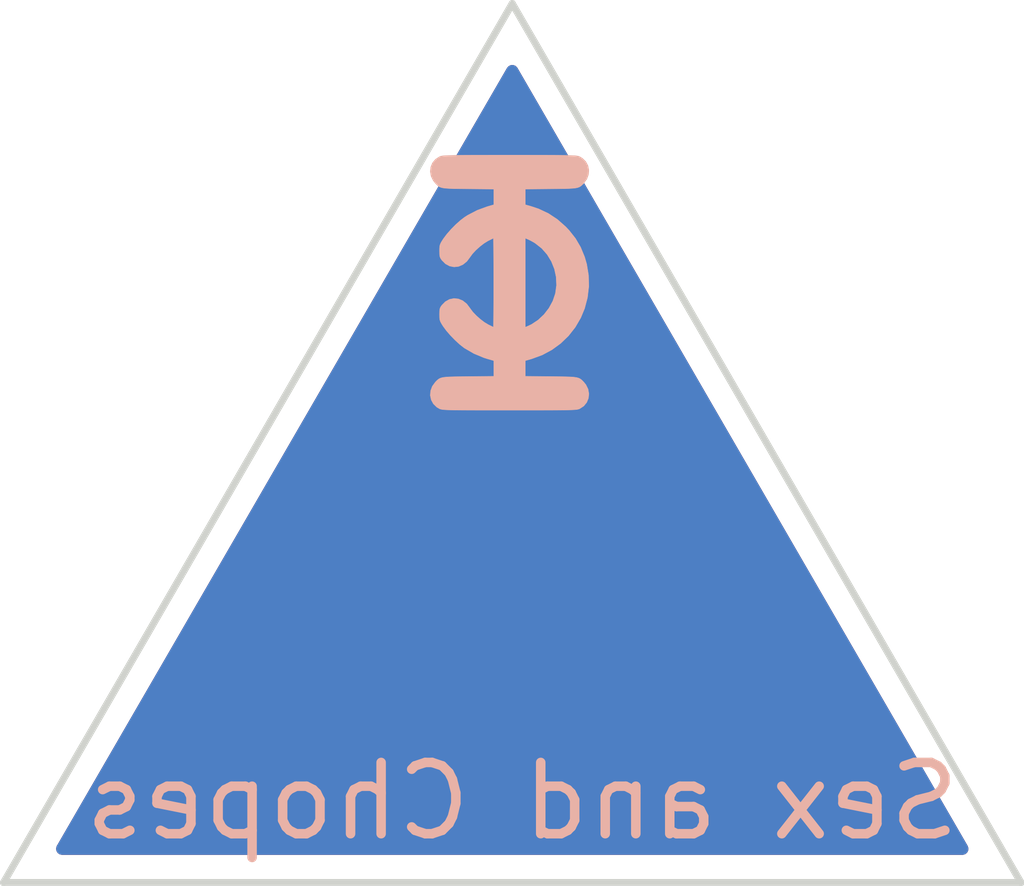
<source format=kicad_pcb>
(kicad_pcb (version 4) (host pcbnew 4.0.7)
  (layers (0 F.Cu signal) (31 B.Cu signal) (34 B.Paste user) (35 F.Paste user) (36 B.SilkS user) (37 F.SilkS user) (38 B.Mask user) (39 F.Mask user) (44 Edge.Cuts user))
  (net 0 "")
  (module LOGO (layer B.Cu) (at 136.652 96.266)
    (fp_text reference G*** hide)
    (fp_text value LOGO hide)
    (fp_poly (pts (xy 0.242987 2.691626) (xy 0.46282 2.691502) (xy 0.653283 2.691239) (xy 0.816623 2.690787) (xy 0.955087 2.6901) (xy 1.070923 2.689129) (xy 1.16638 2.687827) (xy 1.243704 2.686146) (xy 1.305144 2.684039) (xy 1.352948 2.681457) (xy 1.389362 2.678353) (xy 1.416636 2.67468) (xy 1.437017 2.670389) (xy 1.452752 2.665433) (xy 1.464734 2.660395) (xy 1.550953 2.603898) (xy 1.612635 2.528823) (xy 1.648885 2.440838) (xy 1.658807 2.345614) (xy 1.641509 2.24882) (xy 1.596093 2.156124) (xy 1.552776 2.102522) (xy 1.523717 2.07259) (xy 1.497358 2.048478) (xy 1.469777 2.029518) (xy 1.437051 2.015041) (xy 1.395256 2.004378) (xy 1.34047 1.996862) (xy 1.268771 1.991823) (xy 1.176235 1.988593) (xy 1.05894 1.986504) (xy 0.912964 1.984887) (xy 0.859367 1.984358) (xy 0.321734 1.979049) (xy 0.321734 1.64885) (xy 0.458877 1.609221) (xy 0.677472 1.528872) (xy 0.880796 1.419732) (xy 1.066206 1.28432) (xy 1.231059 1.125154) (xy 1.372712 0.94475) (xy 1.488522 0.745626) (xy 1.568571 0.552198) (xy 1.629223 0.322154) (xy 1.656855 0.087806) (xy 1.651467 -0.147627) (xy 1.613059 -0.380925) (xy 1.568571 -0.535265) (xy 1.485049 -0.737761) (xy 1.37729 -0.922003) (xy 1.241426 -1.094137) (xy 1.169687 -1.169687) (xy 0.993786 -1.324543) (xy 0.805442 -1.448809) (xy 0.601171 -1.544558) (xy 0.458877 -1.592288) (xy 0.321734 -1.631917) (xy 0.321734 -1.962116) (xy 0.859367 -1.967425) (xy 1.015385 -1.969032) (xy 1.141461 -1.970897) (xy 1.241519 -1.973688) (xy 1.319481 -1.978073) (xy 1.37927 -1.984721) (xy 1.424808 -1.994301) (xy 1.460019 -2.00748) (xy 1.488824 -2.024928) (xy 1.515148 -2.047313) (xy 1.542912 -2.075303) (xy 1.552776 -2.085589) (xy 1.616314 -2.172808) (xy 1.651174 -2.26769) (xy 1.65825 -2.364562) (xy 1.638437 -2.457758) (xy 1.59263 -2.541606) (xy 1.521723 -2.610438) (xy 1.464734 -2.643462) (xy 1.45125 -2.649054) (xy 1.435132 -2.653937) (xy 1.414133 -2.658161) (xy 1.386004 -2.661772) (xy 1.348498 -2.664819) (xy 1.299367 -2.667349) (xy 1.236363 -2.669409) (xy 1.157239 -2.671048) (xy 1.059746 -2.672313) (xy 0.941637 -2.673252) (xy 0.800665 -2.673912) (xy 0.63458 -2.674342) (xy 0.441136 -2.674588) (xy 0.218085 -2.674699) (xy -0.008466 -2.674723) (xy -0.259919 -2.674693) (xy -0.479753 -2.674569) (xy -0.670216 -2.674306) (xy -0.833555 -2.673854) (xy -0.972019 -2.673167) (xy -1.087856 -2.672196) (xy -1.183312 -2.670894) (xy -1.260637 -2.669213) (xy -1.322077 -2.667106) (xy -1.36988 -2.664524) (xy -1.406295 -2.66142) (xy -1.433569 -2.657747) (xy -1.453949 -2.653456) (xy -1.469684 -2.6485) (xy -1.481666 -2.643462) (xy -1.567886 -2.586965) (xy -1.629567 -2.51189) (xy -1.665817 -2.423905) (xy -1.67574 -2.328681) (xy -1.658441 -2.231887) (xy -1.613026 -2.139191) (xy -1.569708 -2.085589) (xy -1.540649 -2.055657) (xy -1.514291 -2.031545) (xy -1.48671 -2.012585) (xy -1.453983 -1.998108) (xy -1.412188 -1.987445) (xy -1.357403 -1.979929) (xy -1.285703 -1.97489) (xy -1.193168 -1.97166) (xy -1.075873 -1.969571) (xy -0.929896 -1.967954) (xy -0.876299 -1.967425) (xy -0.338666 -1.962116) (xy -0.338666 -1.631917) (xy -0.475809 -1.592288) (xy -0.685733 -1.515732) (xy -0.886528 -1.411554) (xy -0.952348 -1.369623) (xy -1.041985 -1.301279) (xy -1.140195 -1.212952) (xy -1.238116 -1.113697) (xy -1.326886 -1.012565) (xy -1.397643 -0.91861) (xy -1.405492 -0.906722) (xy -1.443254 -0.84661) (xy -1.465891 -0.802032) (xy -1.477262 -0.760478) (xy -1.481228 -0.709438) (xy -1.481666 -0.659871) (xy -1.480327 -0.590757) (xy -1.474402 -0.544101) (xy -1.461029 -0.508539) (xy -1.437347 -0.472705) (xy -1.433138 -0.46714) (xy -1.355825 -0.389647) (xy -1.268254 -0.34209) (xy -1.175028 -0.323972) (xy -1.080748 -0.334799) (xy -0.990018 -0.374074) (xy -0.907441 -0.4413) (xy -0.840488 -0.531022) (xy -0.790059 -0.600289) (xy -0.718453 -0.676953) (xy -0.634629 -0.752965) (xy -0.54755 -0.820276) (xy -0.466175 -0.870837) (xy -0.456971 -0.875519) (xy -0.347133 -0.929771) (xy -0.347132 -0.929605) (xy 0.321734 -0.929605) (xy 0.38437 -0.903434) (xy 0.434773 -0.879005) (xy 0.496024 -0.844779) (xy 0.532537 -0.822364) (xy 0.668428 -0.715639) (xy 0.782248 -0.586362) (xy 0.872154 -0.439145) (xy 0.9363 -0.278601) (xy 0.972842 -0.109341) (xy 0.979935 0.064023) (xy 0.955901 0.236171) (xy 0.902597 0.394028) (xy 0.82127 0.543499) (xy 0.716514 0.679088) (xy 0.59292 0.795297) (xy 0.455079 0.886629) (xy 0.38437 0.920367) (xy 0.321734 0.946538) (xy 0.321734 -0.929605) (xy -0.347132 -0.929605) (xy -0.342634 -0.455217) (xy -0.34152 -0.29706) (xy -0.340908 -0.118473) (xy -0.340797 0.068325) (xy -0.341188 0.25111) (xy -0.342079 0.417663) (xy -0.342634 0.483021) (xy -0.347133 0.946705) (xy -0.456971 0.892452) (xy -0.53702 0.844516) (xy -0.62388 0.778836) (xy -0.70859 0.703462) (xy -0.782188 0.626444) (xy -0.835715 0.555829) (xy -0.840488 0.547955) (xy -0.911001 0.454528) (xy -0.994055 0.388579) (xy -1.08505 0.350604) (xy -1.179382 0.3411) (xy -1.272449 0.360563) (xy -1.359648 0.409489) (xy -1.433138 0.484073) (xy -1.458456 0.52083) (xy -1.473073 0.555757) (xy -1.47985 0.60022) (xy -1.481649 0.665583) (xy -1.481666 0.676804) (xy -1.480638 0.742395) (xy -1.474981 0.789506) (xy -1.460835 0.830645) (xy -1.434338 0.878324) (xy -1.405492 0.923655) (xy -1.337914 1.01591) (xy -1.251102 1.11659) (xy -1.153916 1.216643) (xy -1.055219 1.307014) (xy -0.963873 1.378653) (xy -0.952348 1.386556) (xy -0.757808 1.498988) (xy -0.549614 1.585912) (xy -0.475809 1.609221) (xy -0.338666 1.64885) (xy -0.338666 1.979049) (xy -0.876299 1.984358) (xy -1.032317 1.985965) (xy -1.158394 1.98783) (xy -1.258451 1.990621) (xy -1.336413 1.995006) (xy -1.396202 2.001654) (xy -1.44174 2.011234) (xy -1.476951 2.024413) (xy -1.505757 2.041861) (xy -1.53208 2.064246) (xy -1.559844 2.092236) (xy -1.569708 2.102522) (xy -1.633246 2.189741) (xy -1.668106 2.284623) (xy -1.675182 2.381495) (xy -1.655369 2.474691) (xy -1.609562 2.558539) (xy -1.538655 2.627371) (xy -1.481666 2.660395) (xy -1.468182 2.665987) (xy -1.452065 2.67087) (xy -1.431065 2.675094) (xy -1.402936 2.678705) (xy -1.36543 2.681752) (xy -1.316299 2.684282) (xy -1.253296 2.686342) (xy -1.174171 2.687981) (xy -1.076679 2.689246) (xy -0.95857 2.690185) (xy -0.817597 2.690845) (xy -0.651512 2.691275) (xy -0.458068 2.691521) (xy -0.235017 2.691632) (xy -0.008466 2.691656) (xy 0.242987 2.691626)) (layer B.SilkS) (width 0.01))
  )
  (module pad (layer B.Cu) (at 136.652 102.108)
    (fp_text reference REF** hide)
    (fp_text value pad)
    (pad 1 smd circle (at 0 0) (size 5 5) (layers B.Cu B.Paste B.Mask))
  )
  (module LOGO (layer F.Cu) (at 136.7 99.9)
    (fp_text reference G*** hide)
    (fp_text value LOGO hide)
  )
  (gr_text "Sex and Chopes" (at 136.906 107.188) (layer B.SilkS) (effects (font (size 1.5 1.5) (thickness 0.2)) (justify mirror)))
  (gr_line (start 126 108.9) (end 147.4 108.9) (angle 90) (layer Edge.Cuts) (width 0.15))
  (gr_line (start 126 108.9) (end 136.7 90.4) (angle 90) (layer Edge.Cuts) (width 0.15))
  (gr_line (start 136.7 90.4) (end 147.4 108.9) (angle 90) (layer Edge.Cuts) (width 0.15))
  (zone (net 0) (net_name "") (layer F.Cu) (connect_pads (clearance 0.508)) (min_thickness 0.254) (fill yes (arc_segments 16) (thermal_gap 0.508) (thermal_bridge_width 0.508))
    (polygon (pts (xy 147.2 108.8) (xy 126.2 108.8) (xy 126.3 108.7) (xy 136.7 90.7)))
  )
  (zone (net 0) (net_name "") (layer B.Cu) (connect_pads (clearance 0.508)) (min_thickness 0.254) (fill yes (arc_segments 16) (thermal_gap 0.508) (thermal_bridge_width 0.508))
    (polygon (pts (xy 147.2 108.8) (xy 126.2 108.8) (xy 126.3 108.7) (xy 136.7 90.7)))
  )
)
</source>
